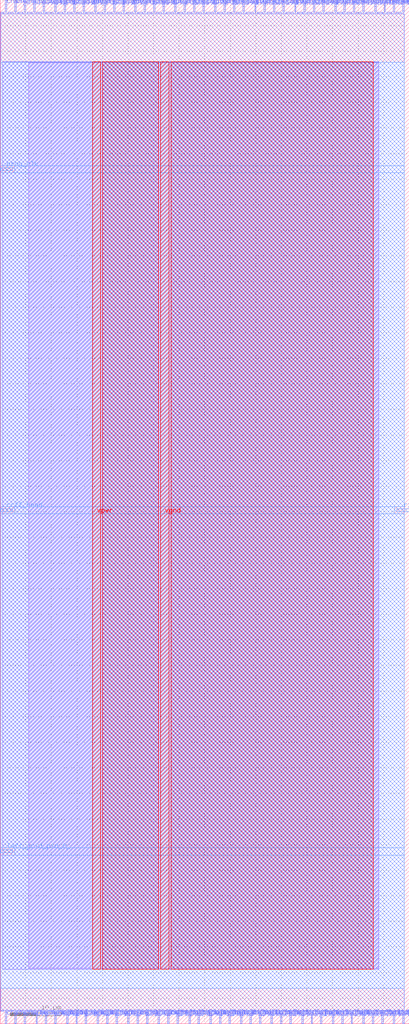
<source format=lef>
VERSION 5.7 ;
  NOWIREEXTENSIONATPIN ON ;
  DIVIDERCHAR "/" ;
  BUSBITCHARS "[]" ;
MACRO cby_0__1_
  CLASS BLOCK ;
  FOREIGN cby_0__1_ ;
  ORIGIN 0.000 0.000 ;
  SIZE 80.000 BY 200.000 ;
  PIN ccff_head
    DIRECTION INPUT ;
    PORT
      LAYER met3 ;
        RECT 0.000 100.000 2.400 100.600 ;
    END
  END ccff_head
  PIN ccff_tail
    DIRECTION OUTPUT TRISTATE ;
    PORT
      LAYER met2 ;
        RECT 78.750 197.600 79.030 200.000 ;
    END
  END ccff_tail
  PIN chany_bottom_in[0]
    DIRECTION INPUT ;
    PORT
      LAYER met2 ;
        RECT 1.010 0.000 1.290 2.400 ;
    END
  END chany_bottom_in[0]
  PIN chany_bottom_in[10]
    DIRECTION INPUT ;
    PORT
      LAYER met2 ;
        RECT 20.790 0.000 21.070 2.400 ;
    END
  END chany_bottom_in[10]
  PIN chany_bottom_in[11]
    DIRECTION INPUT ;
    PORT
      LAYER met2 ;
        RECT 22.630 0.000 22.910 2.400 ;
    END
  END chany_bottom_in[11]
  PIN chany_bottom_in[12]
    DIRECTION INPUT ;
    PORT
      LAYER met2 ;
        RECT 24.930 0.000 25.210 2.400 ;
    END
  END chany_bottom_in[12]
  PIN chany_bottom_in[13]
    DIRECTION INPUT ;
    PORT
      LAYER met2 ;
        RECT 26.770 0.000 27.050 2.400 ;
    END
  END chany_bottom_in[13]
  PIN chany_bottom_in[14]
    DIRECTION INPUT ;
    PORT
      LAYER met2 ;
        RECT 28.610 0.000 28.890 2.400 ;
    END
  END chany_bottom_in[14]
  PIN chany_bottom_in[15]
    DIRECTION INPUT ;
    PORT
      LAYER met2 ;
        RECT 30.910 0.000 31.190 2.400 ;
    END
  END chany_bottom_in[15]
  PIN chany_bottom_in[16]
    DIRECTION INPUT ;
    PORT
      LAYER met2 ;
        RECT 32.750 0.000 33.030 2.400 ;
    END
  END chany_bottom_in[16]
  PIN chany_bottom_in[17]
    DIRECTION INPUT ;
    PORT
      LAYER met2 ;
        RECT 34.590 0.000 34.870 2.400 ;
    END
  END chany_bottom_in[17]
  PIN chany_bottom_in[18]
    DIRECTION INPUT ;
    PORT
      LAYER met2 ;
        RECT 36.890 0.000 37.170 2.400 ;
    END
  END chany_bottom_in[18]
  PIN chany_bottom_in[19]
    DIRECTION INPUT ;
    PORT
      LAYER met2 ;
        RECT 38.730 0.000 39.010 2.400 ;
    END
  END chany_bottom_in[19]
  PIN chany_bottom_in[1]
    DIRECTION INPUT ;
    PORT
      LAYER met2 ;
        RECT 2.850 0.000 3.130 2.400 ;
    END
  END chany_bottom_in[1]
  PIN chany_bottom_in[2]
    DIRECTION INPUT ;
    PORT
      LAYER met2 ;
        RECT 4.690 0.000 4.970 2.400 ;
    END
  END chany_bottom_in[2]
  PIN chany_bottom_in[3]
    DIRECTION INPUT ;
    PORT
      LAYER met2 ;
        RECT 6.990 0.000 7.270 2.400 ;
    END
  END chany_bottom_in[3]
  PIN chany_bottom_in[4]
    DIRECTION INPUT ;
    PORT
      LAYER met2 ;
        RECT 8.830 0.000 9.110 2.400 ;
    END
  END chany_bottom_in[4]
  PIN chany_bottom_in[5]
    DIRECTION INPUT ;
    PORT
      LAYER met2 ;
        RECT 10.670 0.000 10.950 2.400 ;
    END
  END chany_bottom_in[5]
  PIN chany_bottom_in[6]
    DIRECTION INPUT ;
    PORT
      LAYER met2 ;
        RECT 12.970 0.000 13.250 2.400 ;
    END
  END chany_bottom_in[6]
  PIN chany_bottom_in[7]
    DIRECTION INPUT ;
    PORT
      LAYER met2 ;
        RECT 14.810 0.000 15.090 2.400 ;
    END
  END chany_bottom_in[7]
  PIN chany_bottom_in[8]
    DIRECTION INPUT ;
    PORT
      LAYER met2 ;
        RECT 16.650 0.000 16.930 2.400 ;
    END
  END chany_bottom_in[8]
  PIN chany_bottom_in[9]
    DIRECTION INPUT ;
    PORT
      LAYER met2 ;
        RECT 18.950 0.000 19.230 2.400 ;
    END
  END chany_bottom_in[9]
  PIN chany_bottom_out[0]
    DIRECTION OUTPUT TRISTATE ;
    PORT
      LAYER met2 ;
        RECT 41.030 0.000 41.310 2.400 ;
    END
  END chany_bottom_out[0]
  PIN chany_bottom_out[10]
    DIRECTION OUTPUT TRISTATE ;
    PORT
      LAYER met2 ;
        RECT 60.810 0.000 61.090 2.400 ;
    END
  END chany_bottom_out[10]
  PIN chany_bottom_out[11]
    DIRECTION OUTPUT TRISTATE ;
    PORT
      LAYER met2 ;
        RECT 62.650 0.000 62.930 2.400 ;
    END
  END chany_bottom_out[11]
  PIN chany_bottom_out[12]
    DIRECTION OUTPUT TRISTATE ;
    PORT
      LAYER met2 ;
        RECT 64.950 0.000 65.230 2.400 ;
    END
  END chany_bottom_out[12]
  PIN chany_bottom_out[13]
    DIRECTION OUTPUT TRISTATE ;
    PORT
      LAYER met2 ;
        RECT 66.790 0.000 67.070 2.400 ;
    END
  END chany_bottom_out[13]
  PIN chany_bottom_out[14]
    DIRECTION OUTPUT TRISTATE ;
    PORT
      LAYER met2 ;
        RECT 68.630 0.000 68.910 2.400 ;
    END
  END chany_bottom_out[14]
  PIN chany_bottom_out[15]
    DIRECTION OUTPUT TRISTATE ;
    PORT
      LAYER met2 ;
        RECT 70.930 0.000 71.210 2.400 ;
    END
  END chany_bottom_out[15]
  PIN chany_bottom_out[16]
    DIRECTION OUTPUT TRISTATE ;
    PORT
      LAYER met2 ;
        RECT 72.770 0.000 73.050 2.400 ;
    END
  END chany_bottom_out[16]
  PIN chany_bottom_out[17]
    DIRECTION OUTPUT TRISTATE ;
    PORT
      LAYER met2 ;
        RECT 74.610 0.000 74.890 2.400 ;
    END
  END chany_bottom_out[17]
  PIN chany_bottom_out[18]
    DIRECTION OUTPUT TRISTATE ;
    PORT
      LAYER met2 ;
        RECT 76.910 0.000 77.190 2.400 ;
    END
  END chany_bottom_out[18]
  PIN chany_bottom_out[19]
    DIRECTION OUTPUT TRISTATE ;
    PORT
      LAYER met2 ;
        RECT 78.750 0.000 79.030 2.400 ;
    END
  END chany_bottom_out[19]
  PIN chany_bottom_out[1]
    DIRECTION OUTPUT TRISTATE ;
    PORT
      LAYER met2 ;
        RECT 42.870 0.000 43.150 2.400 ;
    END
  END chany_bottom_out[1]
  PIN chany_bottom_out[2]
    DIRECTION OUTPUT TRISTATE ;
    PORT
      LAYER met2 ;
        RECT 44.710 0.000 44.990 2.400 ;
    END
  END chany_bottom_out[2]
  PIN chany_bottom_out[3]
    DIRECTION OUTPUT TRISTATE ;
    PORT
      LAYER met2 ;
        RECT 47.010 0.000 47.290 2.400 ;
    END
  END chany_bottom_out[3]
  PIN chany_bottom_out[4]
    DIRECTION OUTPUT TRISTATE ;
    PORT
      LAYER met2 ;
        RECT 48.850 0.000 49.130 2.400 ;
    END
  END chany_bottom_out[4]
  PIN chany_bottom_out[5]
    DIRECTION OUTPUT TRISTATE ;
    PORT
      LAYER met2 ;
        RECT 50.690 0.000 50.970 2.400 ;
    END
  END chany_bottom_out[5]
  PIN chany_bottom_out[6]
    DIRECTION OUTPUT TRISTATE ;
    PORT
      LAYER met2 ;
        RECT 52.990 0.000 53.270 2.400 ;
    END
  END chany_bottom_out[6]
  PIN chany_bottom_out[7]
    DIRECTION OUTPUT TRISTATE ;
    PORT
      LAYER met2 ;
        RECT 54.830 0.000 55.110 2.400 ;
    END
  END chany_bottom_out[7]
  PIN chany_bottom_out[8]
    DIRECTION OUTPUT TRISTATE ;
    PORT
      LAYER met2 ;
        RECT 56.670 0.000 56.950 2.400 ;
    END
  END chany_bottom_out[8]
  PIN chany_bottom_out[9]
    DIRECTION OUTPUT TRISTATE ;
    PORT
      LAYER met2 ;
        RECT 58.970 0.000 59.250 2.400 ;
    END
  END chany_bottom_out[9]
  PIN chany_top_in[0]
    DIRECTION INPUT ;
    PORT
      LAYER met2 ;
        RECT 1.010 197.600 1.290 200.000 ;
    END
  END chany_top_in[0]
  PIN chany_top_in[10]
    DIRECTION INPUT ;
    PORT
      LAYER met2 ;
        RECT 20.330 197.600 20.610 200.000 ;
    END
  END chany_top_in[10]
  PIN chany_top_in[11]
    DIRECTION INPUT ;
    PORT
      LAYER met2 ;
        RECT 22.170 197.600 22.450 200.000 ;
    END
  END chany_top_in[11]
  PIN chany_top_in[12]
    DIRECTION INPUT ;
    PORT
      LAYER met2 ;
        RECT 24.010 197.600 24.290 200.000 ;
    END
  END chany_top_in[12]
  PIN chany_top_in[13]
    DIRECTION INPUT ;
    PORT
      LAYER met2 ;
        RECT 26.310 197.600 26.590 200.000 ;
    END
  END chany_top_in[13]
  PIN chany_top_in[14]
    DIRECTION INPUT ;
    PORT
      LAYER met2 ;
        RECT 28.150 197.600 28.430 200.000 ;
    END
  END chany_top_in[14]
  PIN chany_top_in[15]
    DIRECTION INPUT ;
    PORT
      LAYER met2 ;
        RECT 29.990 197.600 30.270 200.000 ;
    END
  END chany_top_in[15]
  PIN chany_top_in[16]
    DIRECTION INPUT ;
    PORT
      LAYER met2 ;
        RECT 31.830 197.600 32.110 200.000 ;
    END
  END chany_top_in[16]
  PIN chany_top_in[17]
    DIRECTION INPUT ;
    PORT
      LAYER met2 ;
        RECT 34.130 197.600 34.410 200.000 ;
    END
  END chany_top_in[17]
  PIN chany_top_in[18]
    DIRECTION INPUT ;
    PORT
      LAYER met2 ;
        RECT 35.970 197.600 36.250 200.000 ;
    END
  END chany_top_in[18]
  PIN chany_top_in[19]
    DIRECTION INPUT ;
    PORT
      LAYER met2 ;
        RECT 37.810 197.600 38.090 200.000 ;
    END
  END chany_top_in[19]
  PIN chany_top_in[1]
    DIRECTION INPUT ;
    PORT
      LAYER met2 ;
        RECT 2.850 197.600 3.130 200.000 ;
    END
  END chany_top_in[1]
  PIN chany_top_in[2]
    DIRECTION INPUT ;
    PORT
      LAYER met2 ;
        RECT 4.690 197.600 4.970 200.000 ;
    END
  END chany_top_in[2]
  PIN chany_top_in[3]
    DIRECTION INPUT ;
    PORT
      LAYER met2 ;
        RECT 6.530 197.600 6.810 200.000 ;
    END
  END chany_top_in[3]
  PIN chany_top_in[4]
    DIRECTION INPUT ;
    PORT
      LAYER met2 ;
        RECT 8.370 197.600 8.650 200.000 ;
    END
  END chany_top_in[4]
  PIN chany_top_in[5]
    DIRECTION INPUT ;
    PORT
      LAYER met2 ;
        RECT 10.670 197.600 10.950 200.000 ;
    END
  END chany_top_in[5]
  PIN chany_top_in[6]
    DIRECTION INPUT ;
    PORT
      LAYER met2 ;
        RECT 12.510 197.600 12.790 200.000 ;
    END
  END chany_top_in[6]
  PIN chany_top_in[7]
    DIRECTION INPUT ;
    PORT
      LAYER met2 ;
        RECT 14.350 197.600 14.630 200.000 ;
    END
  END chany_top_in[7]
  PIN chany_top_in[8]
    DIRECTION INPUT ;
    PORT
      LAYER met2 ;
        RECT 16.190 197.600 16.470 200.000 ;
    END
  END chany_top_in[8]
  PIN chany_top_in[9]
    DIRECTION INPUT ;
    PORT
      LAYER met2 ;
        RECT 18.490 197.600 18.770 200.000 ;
    END
  END chany_top_in[9]
  PIN chany_top_out[0]
    DIRECTION OUTPUT TRISTATE ;
    PORT
      LAYER met2 ;
        RECT 39.650 197.600 39.930 200.000 ;
    END
  END chany_top_out[0]
  PIN chany_top_out[10]
    DIRECTION OUTPUT TRISTATE ;
    PORT
      LAYER met2 ;
        RECT 59.430 197.600 59.710 200.000 ;
    END
  END chany_top_out[10]
  PIN chany_top_out[11]
    DIRECTION OUTPUT TRISTATE ;
    PORT
      LAYER met2 ;
        RECT 61.270 197.600 61.550 200.000 ;
    END
  END chany_top_out[11]
  PIN chany_top_out[12]
    DIRECTION OUTPUT TRISTATE ;
    PORT
      LAYER met2 ;
        RECT 63.110 197.600 63.390 200.000 ;
    END
  END chany_top_out[12]
  PIN chany_top_out[13]
    DIRECTION OUTPUT TRISTATE ;
    PORT
      LAYER met2 ;
        RECT 65.410 197.600 65.690 200.000 ;
    END
  END chany_top_out[13]
  PIN chany_top_out[14]
    DIRECTION OUTPUT TRISTATE ;
    PORT
      LAYER met2 ;
        RECT 67.250 197.600 67.530 200.000 ;
    END
  END chany_top_out[14]
  PIN chany_top_out[15]
    DIRECTION OUTPUT TRISTATE ;
    PORT
      LAYER met2 ;
        RECT 69.090 197.600 69.370 200.000 ;
    END
  END chany_top_out[15]
  PIN chany_top_out[16]
    DIRECTION OUTPUT TRISTATE ;
    PORT
      LAYER met2 ;
        RECT 70.930 197.600 71.210 200.000 ;
    END
  END chany_top_out[16]
  PIN chany_top_out[17]
    DIRECTION OUTPUT TRISTATE ;
    PORT
      LAYER met2 ;
        RECT 73.230 197.600 73.510 200.000 ;
    END
  END chany_top_out[17]
  PIN chany_top_out[18]
    DIRECTION OUTPUT TRISTATE ;
    PORT
      LAYER met2 ;
        RECT 75.070 197.600 75.350 200.000 ;
    END
  END chany_top_out[18]
  PIN chany_top_out[19]
    DIRECTION OUTPUT TRISTATE ;
    PORT
      LAYER met2 ;
        RECT 76.910 197.600 77.190 200.000 ;
    END
  END chany_top_out[19]
  PIN chany_top_out[1]
    DIRECTION OUTPUT TRISTATE ;
    PORT
      LAYER met2 ;
        RECT 41.950 197.600 42.230 200.000 ;
    END
  END chany_top_out[1]
  PIN chany_top_out[2]
    DIRECTION OUTPUT TRISTATE ;
    PORT
      LAYER met2 ;
        RECT 43.790 197.600 44.070 200.000 ;
    END
  END chany_top_out[2]
  PIN chany_top_out[3]
    DIRECTION OUTPUT TRISTATE ;
    PORT
      LAYER met2 ;
        RECT 45.630 197.600 45.910 200.000 ;
    END
  END chany_top_out[3]
  PIN chany_top_out[4]
    DIRECTION OUTPUT TRISTATE ;
    PORT
      LAYER met2 ;
        RECT 47.470 197.600 47.750 200.000 ;
    END
  END chany_top_out[4]
  PIN chany_top_out[5]
    DIRECTION OUTPUT TRISTATE ;
    PORT
      LAYER met2 ;
        RECT 49.770 197.600 50.050 200.000 ;
    END
  END chany_top_out[5]
  PIN chany_top_out[6]
    DIRECTION OUTPUT TRISTATE ;
    PORT
      LAYER met2 ;
        RECT 51.610 197.600 51.890 200.000 ;
    END
  END chany_top_out[6]
  PIN chany_top_out[7]
    DIRECTION OUTPUT TRISTATE ;
    PORT
      LAYER met2 ;
        RECT 53.450 197.600 53.730 200.000 ;
    END
  END chany_top_out[7]
  PIN chany_top_out[8]
    DIRECTION OUTPUT TRISTATE ;
    PORT
      LAYER met2 ;
        RECT 55.290 197.600 55.570 200.000 ;
    END
  END chany_top_out[8]
  PIN chany_top_out[9]
    DIRECTION OUTPUT TRISTATE ;
    PORT
      LAYER met2 ;
        RECT 57.590 197.600 57.870 200.000 ;
    END
  END chany_top_out[9]
  PIN left_grid_pin_0_
    DIRECTION OUTPUT TRISTATE ;
    PORT
      LAYER met3 ;
        RECT 0.000 33.360 2.400 33.960 ;
    END
  END left_grid_pin_0_
  PIN prog_clk
    DIRECTION INPUT ;
    PORT
      LAYER met3 ;
        RECT 0.000 166.640 2.400 167.240 ;
    END
  END prog_clk
  PIN right_grid_pin_52_
    DIRECTION OUTPUT TRISTATE ;
    PORT
      LAYER met3 ;
        RECT 77.600 100.000 80.000 100.600 ;
    END
  END right_grid_pin_52_
  PIN vpwr
    DIRECTION INPUT ;
    PORT
      LAYER met4 ;
        RECT 18.055 10.640 19.655 187.920 ;
    END
  END vpwr
  PIN vgnd
    DIRECTION INPUT ;
    PORT
      LAYER met4 ;
        RECT 31.385 10.640 32.985 187.920 ;
    END
  END vgnd
  OBS
      LAYER li1 ;
        RECT 5.520 10.795 74.060 187.765 ;
      LAYER met1 ;
        RECT 0.530 10.640 74.060 187.920 ;
      LAYER met2 ;
        RECT 0.090 197.320 0.730 197.610 ;
        RECT 1.570 197.320 2.570 197.610 ;
        RECT 3.410 197.320 4.410 197.610 ;
        RECT 5.250 197.320 6.250 197.610 ;
        RECT 7.090 197.320 8.090 197.610 ;
        RECT 8.930 197.320 10.390 197.610 ;
        RECT 11.230 197.320 12.230 197.610 ;
        RECT 13.070 197.320 14.070 197.610 ;
        RECT 14.910 197.320 15.910 197.610 ;
        RECT 16.750 197.320 18.210 197.610 ;
        RECT 19.050 197.320 20.050 197.610 ;
        RECT 20.890 197.320 21.890 197.610 ;
        RECT 22.730 197.320 23.730 197.610 ;
        RECT 24.570 197.320 26.030 197.610 ;
        RECT 26.870 197.320 27.870 197.610 ;
        RECT 28.710 197.320 29.710 197.610 ;
        RECT 30.550 197.320 31.550 197.610 ;
        RECT 32.390 197.320 33.850 197.610 ;
        RECT 34.690 197.320 35.690 197.610 ;
        RECT 36.530 197.320 37.530 197.610 ;
        RECT 38.370 197.320 39.370 197.610 ;
        RECT 40.210 197.320 41.670 197.610 ;
        RECT 42.510 197.320 43.510 197.610 ;
        RECT 44.350 197.320 45.350 197.610 ;
        RECT 46.190 197.320 47.190 197.610 ;
        RECT 48.030 197.320 49.490 197.610 ;
        RECT 50.330 197.320 51.330 197.610 ;
        RECT 52.170 197.320 53.170 197.610 ;
        RECT 54.010 197.320 55.010 197.610 ;
        RECT 55.850 197.320 57.310 197.610 ;
        RECT 58.150 197.320 59.150 197.610 ;
        RECT 59.990 197.320 60.990 197.610 ;
        RECT 61.830 197.320 62.830 197.610 ;
        RECT 63.670 197.320 65.130 197.610 ;
        RECT 65.970 197.320 66.970 197.610 ;
        RECT 67.810 197.320 68.810 197.610 ;
        RECT 69.650 197.320 70.650 197.610 ;
        RECT 71.490 197.320 72.950 197.610 ;
        RECT 73.790 197.320 74.790 197.610 ;
        RECT 75.630 197.320 76.630 197.610 ;
        RECT 77.470 197.320 78.470 197.610 ;
        RECT 0.090 2.680 79.030 197.320 ;
        RECT 0.090 2.400 0.730 2.680 ;
        RECT 1.570 2.400 2.570 2.680 ;
        RECT 3.410 2.400 4.410 2.680 ;
        RECT 5.250 2.400 6.710 2.680 ;
        RECT 7.550 2.400 8.550 2.680 ;
        RECT 9.390 2.400 10.390 2.680 ;
        RECT 11.230 2.400 12.690 2.680 ;
        RECT 13.530 2.400 14.530 2.680 ;
        RECT 15.370 2.400 16.370 2.680 ;
        RECT 17.210 2.400 18.670 2.680 ;
        RECT 19.510 2.400 20.510 2.680 ;
        RECT 21.350 2.400 22.350 2.680 ;
        RECT 23.190 2.400 24.650 2.680 ;
        RECT 25.490 2.400 26.490 2.680 ;
        RECT 27.330 2.400 28.330 2.680 ;
        RECT 29.170 2.400 30.630 2.680 ;
        RECT 31.470 2.400 32.470 2.680 ;
        RECT 33.310 2.400 34.310 2.680 ;
        RECT 35.150 2.400 36.610 2.680 ;
        RECT 37.450 2.400 38.450 2.680 ;
        RECT 39.290 2.400 40.750 2.680 ;
        RECT 41.590 2.400 42.590 2.680 ;
        RECT 43.430 2.400 44.430 2.680 ;
        RECT 45.270 2.400 46.730 2.680 ;
        RECT 47.570 2.400 48.570 2.680 ;
        RECT 49.410 2.400 50.410 2.680 ;
        RECT 51.250 2.400 52.710 2.680 ;
        RECT 53.550 2.400 54.550 2.680 ;
        RECT 55.390 2.400 56.390 2.680 ;
        RECT 57.230 2.400 58.690 2.680 ;
        RECT 59.530 2.400 60.530 2.680 ;
        RECT 61.370 2.400 62.370 2.680 ;
        RECT 63.210 2.400 64.670 2.680 ;
        RECT 65.510 2.400 66.510 2.680 ;
        RECT 67.350 2.400 68.350 2.680 ;
        RECT 69.190 2.400 70.650 2.680 ;
        RECT 71.490 2.400 72.490 2.680 ;
        RECT 73.330 2.400 74.330 2.680 ;
        RECT 75.170 2.400 76.630 2.680 ;
        RECT 77.470 2.400 78.470 2.680 ;
      LAYER met3 ;
        RECT 0.065 167.640 79.055 187.845 ;
        RECT 2.800 166.240 79.055 167.640 ;
        RECT 0.065 101.000 79.055 166.240 ;
        RECT 2.800 99.600 77.200 101.000 ;
        RECT 0.065 34.360 79.055 99.600 ;
        RECT 2.800 32.960 79.055 34.360 ;
        RECT 0.065 6.975 79.055 32.960 ;
      LAYER met4 ;
        RECT 20.055 10.640 30.985 187.920 ;
        RECT 33.385 10.640 72.985 187.920 ;
  END
END cby_0__1_
END LIBRARY


</source>
